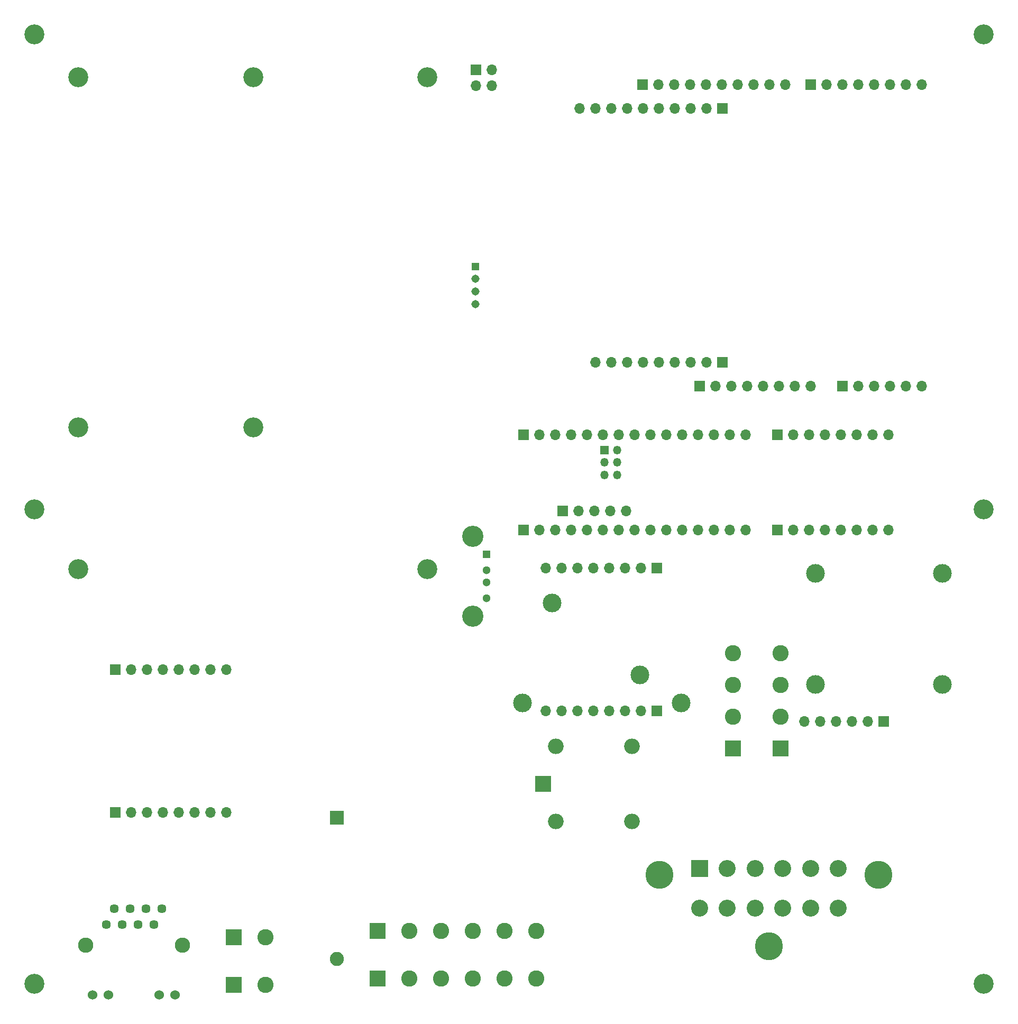
<source format=gbr>
%TF.GenerationSoftware,KiCad,Pcbnew,(5.1.9)-1*%
%TF.CreationDate,2022-03-17T08:19:33-06:00*%
%TF.ProjectId,AS13,41533133-2e6b-4696-9361-645f70636258,rev?*%
%TF.SameCoordinates,Original*%
%TF.FileFunction,Soldermask,Bot*%
%TF.FilePolarity,Negative*%
%FSLAX46Y46*%
G04 Gerber Fmt 4.6, Leading zero omitted, Abs format (unit mm)*
G04 Created by KiCad (PCBNEW (5.1.9)-1) date 2022-03-17 08:19:33*
%MOMM*%
%LPD*%
G01*
G04 APERTURE LIST*
%ADD10O,1.700000X1.700000*%
%ADD11R,1.700000X1.700000*%
%ADD12C,2.445000*%
%ADD13C,1.530000*%
%ADD14C,1.446000*%
%ADD15C,2.999999*%
%ADD16C,3.000000*%
%ADD17C,4.485000*%
%ADD18C,2.715000*%
%ADD19R,2.715000X2.715000*%
%ADD20O,2.500000X2.500000*%
%ADD21R,2.500000X2.500000*%
%ADD22C,2.600000*%
%ADD23R,2.600000X2.600000*%
%ADD24R,2.250000X2.250000*%
%ADD25C,2.250000*%
%ADD26C,3.200000*%
%ADD27C,3.400000*%
%ADD28C,1.300000*%
%ADD29R,1.300000X1.300000*%
%ADD30C,1.308000*%
%ADD31R,1.308000X1.308000*%
%ADD32O,1.350000X1.350000*%
%ADD33R,1.350000X1.350000*%
G04 APERTURE END LIST*
D10*
%TO.C,J12*%
X96723200Y-31699200D03*
X96723200Y-29159200D03*
X94183200Y-31699200D03*
D11*
X94183200Y-29159200D03*
%TD*%
D12*
%TO.C,J4*%
X47190000Y-169300000D03*
X31700000Y-169300000D03*
D13*
X46070000Y-177250000D03*
X43530000Y-177250000D03*
X35360000Y-177250000D03*
X32820000Y-177250000D03*
D14*
X43890000Y-163460000D03*
X42620000Y-166000000D03*
X41350000Y-163460000D03*
X40080000Y-166000000D03*
X38810000Y-163460000D03*
X37540000Y-166000000D03*
X36270000Y-163460000D03*
X35000000Y-166000000D03*
%TD*%
D15*
%TO.C,REF\u002A\u002A*%
X168859200Y-109819200D03*
X168859200Y-127599200D03*
X148539200Y-127599200D03*
X148539200Y-109819200D03*
%TD*%
D16*
%TO.C,M1*%
X120425000Y-126050000D03*
X106425000Y-114550000D03*
%TD*%
%TO.C,REF\u002A\u002A*%
X101660000Y-130560000D03*
X127060000Y-130560000D03*
%TD*%
D17*
%TO.C,J6*%
X158655000Y-158020000D03*
X141115000Y-169450000D03*
X123575000Y-158020000D03*
D18*
X130000000Y-163350000D03*
X134445000Y-163350000D03*
X138890000Y-163350000D03*
X143340000Y-163350000D03*
X147785000Y-163350000D03*
X152230000Y-163350000D03*
X152230000Y-157000000D03*
X147785000Y-157000000D03*
X143340000Y-157000000D03*
X138890000Y-157000000D03*
X134445000Y-157000000D03*
D19*
X130000000Y-157000000D03*
%TD*%
D20*
%TO.C,K1*%
X107000800Y-137501200D03*
X119200800Y-137501200D03*
X119200800Y-149501200D03*
X107000800Y-149501200D03*
D21*
X105000800Y-143501200D03*
%TD*%
D22*
%TO.C,KF3*%
X135330000Y-122530000D03*
X142950000Y-122530000D03*
X135330000Y-127610000D03*
X142950000Y-127610000D03*
X135330000Y-132690000D03*
X142950000Y-132690000D03*
D23*
X135330000Y-137770000D03*
X142950000Y-137770000D03*
%TD*%
D24*
%TO.C,D4*%
X71925000Y-148875000D03*
D25*
X71925000Y-171475000D03*
%TD*%
D26*
%TO.C,  *%
X175500000Y-99500000D03*
%TD*%
%TO.C,  *%
X23500000Y-99500000D03*
%TD*%
%TO.C,  *%
X23500000Y-23500000D03*
%TD*%
%TO.C,  *%
X175500000Y-23500000D03*
%TD*%
%TO.C,  *%
X175500000Y-175500000D03*
%TD*%
%TO.C,  *%
X23500000Y-175500000D03*
%TD*%
%TO.C,REF\u002A\u002A*%
X58560000Y-30380000D03*
X58560000Y-86380000D03*
X30560000Y-86380000D03*
X30560000Y-30380000D03*
X86440000Y-30380000D03*
X86440000Y-109120000D03*
X30560000Y-109120000D03*
%TD*%
D10*
%TO.C,J5*%
X146761200Y-133517400D03*
X149301200Y-133517400D03*
X151841200Y-133517400D03*
X154381200Y-133517400D03*
X156921200Y-133517400D03*
D11*
X159461200Y-133517400D03*
%TD*%
D27*
%TO.C,J1*%
X93735800Y-116670800D03*
X93735800Y-103820800D03*
D28*
X95935800Y-113745800D03*
X95935800Y-111245800D03*
X95935800Y-109245800D03*
D29*
X95935800Y-106745800D03*
%TD*%
D22*
%TO.C,KF1*%
X60482200Y-168034600D03*
X60482200Y-175654600D03*
D23*
X55402200Y-168034600D03*
X55402200Y-175654600D03*
%TD*%
D10*
%TO.C,J18*%
X160248600Y-87594200D03*
X157708600Y-87594200D03*
X155168600Y-87594200D03*
X152628600Y-87594200D03*
X150088600Y-87594200D03*
X147548600Y-87594200D03*
X145008600Y-87594200D03*
D11*
X142468600Y-87594200D03*
%TD*%
D10*
%TO.C,J3*%
X118287800Y-99783400D03*
X115747800Y-99783400D03*
X113207800Y-99783400D03*
X110667800Y-99783400D03*
D11*
X108127800Y-99783400D03*
%TD*%
D10*
%TO.C,J9*%
X54295000Y-125179400D03*
X51755000Y-125179400D03*
X49215000Y-125179400D03*
X46675000Y-125179400D03*
X44135000Y-125179400D03*
X41595000Y-125179400D03*
X39055000Y-125179400D03*
D11*
X36515000Y-125179400D03*
%TD*%
D10*
%TO.C,J7*%
X54295000Y-148039400D03*
X51755000Y-148039400D03*
X49215000Y-148039400D03*
X46675000Y-148039400D03*
X44135000Y-148039400D03*
X41595000Y-148039400D03*
X39055000Y-148039400D03*
D11*
X36515000Y-148039400D03*
%TD*%
D22*
%TO.C,KF2*%
X103872600Y-167009600D03*
X103872600Y-174629600D03*
X98792600Y-167009600D03*
X98792600Y-174629600D03*
X93712600Y-167009600D03*
X93712600Y-174629600D03*
X88632600Y-167009600D03*
X88632600Y-174629600D03*
X83552600Y-167009600D03*
X83552600Y-174629600D03*
D23*
X78472600Y-167009600D03*
X78472600Y-174629600D03*
%TD*%
D30*
%TO.C,J27*%
X94145100Y-66654700D03*
X94145100Y-64654700D03*
X94145100Y-62654700D03*
D31*
X94145100Y-60654700D03*
%TD*%
D10*
%TO.C,J26*%
X165608000Y-31511000D03*
X163068000Y-31511000D03*
X160528000Y-31511000D03*
X157988000Y-31511000D03*
X155448000Y-31511000D03*
X152908000Y-31511000D03*
X150368000Y-31511000D03*
D11*
X147828000Y-31511000D03*
%TD*%
D10*
%TO.C,J25*%
X143768000Y-31511000D03*
X141228000Y-31511000D03*
X138688000Y-31511000D03*
X136148000Y-31511000D03*
X133608000Y-31511000D03*
X131068000Y-31511000D03*
X128528000Y-31511000D03*
X125988000Y-31511000D03*
X123448000Y-31511000D03*
D11*
X120908000Y-31511000D03*
%TD*%
D10*
%TO.C,J24*%
X110794800Y-35336400D03*
X113334800Y-35336400D03*
X115874800Y-35336400D03*
X118414800Y-35336400D03*
X120954800Y-35336400D03*
X123494800Y-35336400D03*
X126034800Y-35336400D03*
X128574800Y-35336400D03*
X131114800Y-35336400D03*
D11*
X133654800Y-35336400D03*
%TD*%
D10*
%TO.C,J23*%
X165608000Y-79771000D03*
X163068000Y-79771000D03*
X160528000Y-79771000D03*
X157988000Y-79771000D03*
X155448000Y-79771000D03*
D11*
X152908000Y-79771000D03*
%TD*%
D10*
%TO.C,J22*%
X147828000Y-79771000D03*
X145288000Y-79771000D03*
X142748000Y-79771000D03*
X140208000Y-79771000D03*
X137668000Y-79771000D03*
X135128000Y-79771000D03*
X132588000Y-79771000D03*
D11*
X130048000Y-79771000D03*
%TD*%
D10*
%TO.C,J21*%
X113334800Y-75986400D03*
X115874800Y-75986400D03*
X118414800Y-75986400D03*
X120954800Y-75986400D03*
X123494800Y-75986400D03*
X126034800Y-75986400D03*
X128574800Y-75986400D03*
X131114800Y-75986400D03*
D11*
X133654800Y-75986400D03*
%TD*%
D10*
%TO.C,J17*%
X137388600Y-87594200D03*
X134848600Y-87594200D03*
X132308600Y-87594200D03*
X129768600Y-87594200D03*
X127228600Y-87594200D03*
X124688600Y-87594200D03*
X122148600Y-87594200D03*
X119608600Y-87594200D03*
X117068600Y-87594200D03*
X114528600Y-87594200D03*
X111988600Y-87594200D03*
X109448600Y-87594200D03*
X106908600Y-87594200D03*
X104368600Y-87594200D03*
D11*
X101828600Y-87594200D03*
%TD*%
D32*
%TO.C,J8*%
X116798600Y-94032600D03*
X114798600Y-94032600D03*
X116798600Y-92032600D03*
X114798600Y-92032600D03*
X116798600Y-90032600D03*
D33*
X114798600Y-90032600D03*
%TD*%
D10*
%TO.C,J14*%
X160248600Y-102834200D03*
X157708600Y-102834200D03*
X155168600Y-102834200D03*
X152628600Y-102834200D03*
X150088600Y-102834200D03*
X147548600Y-102834200D03*
X145008600Y-102834200D03*
D11*
X142468600Y-102834200D03*
%TD*%
D10*
%TO.C,J13*%
X137388600Y-102834200D03*
X134848600Y-102834200D03*
X132308600Y-102834200D03*
X129768600Y-102834200D03*
X127228600Y-102834200D03*
X124688600Y-102834200D03*
X122148600Y-102834200D03*
X119608600Y-102834200D03*
X117068600Y-102834200D03*
X114528600Y-102834200D03*
X111988600Y-102834200D03*
X109448600Y-102834200D03*
X106908600Y-102834200D03*
X104368600Y-102834200D03*
D11*
X101828600Y-102834200D03*
%TD*%
D10*
%TO.C,J16*%
X105394760Y-131790200D03*
X107934760Y-131790200D03*
X110474760Y-131790200D03*
X113014760Y-131790200D03*
X115554760Y-131790200D03*
X118094760Y-131790200D03*
X120634760Y-131790200D03*
D11*
X123174760Y-131790200D03*
%TD*%
D10*
%TO.C,J15*%
X105394760Y-108930200D03*
X107934760Y-108930200D03*
X110474760Y-108930200D03*
X113014760Y-108930200D03*
X115554760Y-108930200D03*
X118094760Y-108930200D03*
X120634760Y-108930200D03*
D11*
X123174760Y-108930200D03*
%TD*%
M02*

</source>
